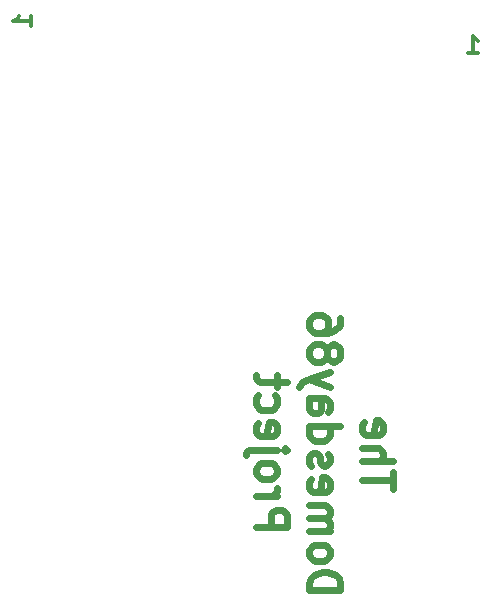
<source format=gbr>
G04 #@! TF.FileFunction,Legend,Bot*
%FSLAX46Y46*%
G04 Gerber Fmt 4.6, Leading zero omitted, Abs format (unit mm)*
G04 Created by KiCad (PCBNEW 4.0.7) date 09/08/18 11:18:52*
%MOMM*%
%LPD*%
G01*
G04 APERTURE LIST*
%ADD10C,0.100000*%
%ADD11C,0.600000*%
%ADD12C,0.300000*%
G04 APERTURE END LIST*
D10*
D11*
X157815810Y-99045333D02*
X157815810Y-97559619D01*
X155215810Y-98302476D02*
X157815810Y-98302476D01*
X155215810Y-96692952D02*
X157815810Y-96692952D01*
X155215810Y-95578667D02*
X156577714Y-95578667D01*
X156825333Y-95702476D01*
X156949143Y-95950095D01*
X156949143Y-96321524D01*
X156825333Y-96569143D01*
X156701524Y-96692952D01*
X155339619Y-93350095D02*
X155215810Y-93597714D01*
X155215810Y-94092952D01*
X155339619Y-94340571D01*
X155587238Y-94464381D01*
X156577714Y-94464381D01*
X156825333Y-94340571D01*
X156949143Y-94092952D01*
X156949143Y-93597714D01*
X156825333Y-93350095D01*
X156577714Y-93226286D01*
X156330095Y-93226286D01*
X156082476Y-94464381D01*
X150715810Y-107588189D02*
X153315810Y-107588189D01*
X153315810Y-106969142D01*
X153192000Y-106597713D01*
X152944381Y-106350094D01*
X152696762Y-106226285D01*
X152201524Y-106102475D01*
X151830095Y-106102475D01*
X151334857Y-106226285D01*
X151087238Y-106350094D01*
X150839619Y-106597713D01*
X150715810Y-106969142D01*
X150715810Y-107588189D01*
X150715810Y-104616761D02*
X150839619Y-104864380D01*
X150963429Y-104988189D01*
X151211048Y-105111999D01*
X151953905Y-105111999D01*
X152201524Y-104988189D01*
X152325333Y-104864380D01*
X152449143Y-104616761D01*
X152449143Y-104245332D01*
X152325333Y-103997713D01*
X152201524Y-103873904D01*
X151953905Y-103750094D01*
X151211048Y-103750094D01*
X150963429Y-103873904D01*
X150839619Y-103997713D01*
X150715810Y-104245332D01*
X150715810Y-104616761D01*
X150715810Y-102635808D02*
X152449143Y-102635808D01*
X152201524Y-102635808D02*
X152325333Y-102511999D01*
X152449143Y-102264380D01*
X152449143Y-101892951D01*
X152325333Y-101645332D01*
X152077714Y-101521523D01*
X150715810Y-101521523D01*
X152077714Y-101521523D02*
X152325333Y-101397713D01*
X152449143Y-101150094D01*
X152449143Y-100778666D01*
X152325333Y-100531046D01*
X152077714Y-100407237D01*
X150715810Y-100407237D01*
X150839619Y-98178665D02*
X150715810Y-98426284D01*
X150715810Y-98921522D01*
X150839619Y-99169141D01*
X151087238Y-99292951D01*
X152077714Y-99292951D01*
X152325333Y-99169141D01*
X152449143Y-98921522D01*
X152449143Y-98426284D01*
X152325333Y-98178665D01*
X152077714Y-98054856D01*
X151830095Y-98054856D01*
X151582476Y-99292951D01*
X150839619Y-97064380D02*
X150715810Y-96816761D01*
X150715810Y-96321523D01*
X150839619Y-96073904D01*
X151087238Y-95950094D01*
X151211048Y-95950094D01*
X151458667Y-96073904D01*
X151582476Y-96321523D01*
X151582476Y-96692951D01*
X151706286Y-96940570D01*
X151953905Y-97064380D01*
X152077714Y-97064380D01*
X152325333Y-96940570D01*
X152449143Y-96692951D01*
X152449143Y-96321523D01*
X152325333Y-96073904D01*
X150715810Y-93721523D02*
X153315810Y-93721523D01*
X150839619Y-93721523D02*
X150715810Y-93969142D01*
X150715810Y-94464380D01*
X150839619Y-94711999D01*
X150963429Y-94835808D01*
X151211048Y-94959618D01*
X151953905Y-94959618D01*
X152201524Y-94835808D01*
X152325333Y-94711999D01*
X152449143Y-94464380D01*
X152449143Y-93969142D01*
X152325333Y-93721523D01*
X150715810Y-91369142D02*
X152077714Y-91369142D01*
X152325333Y-91492951D01*
X152449143Y-91740570D01*
X152449143Y-92235808D01*
X152325333Y-92483427D01*
X150839619Y-91369142D02*
X150715810Y-91616761D01*
X150715810Y-92235808D01*
X150839619Y-92483427D01*
X151087238Y-92607237D01*
X151334857Y-92607237D01*
X151582476Y-92483427D01*
X151706286Y-92235808D01*
X151706286Y-91616761D01*
X151830095Y-91369142D01*
X152449143Y-90378665D02*
X150715810Y-89759618D01*
X152449143Y-89140570D02*
X150715810Y-89759618D01*
X150096762Y-90007237D01*
X149972952Y-90131046D01*
X149849143Y-90378665D01*
X152201524Y-87778666D02*
X152325333Y-88026285D01*
X152449143Y-88150094D01*
X152696762Y-88273904D01*
X152820571Y-88273904D01*
X153068190Y-88150094D01*
X153192000Y-88026285D01*
X153315810Y-87778666D01*
X153315810Y-87283428D01*
X153192000Y-87035809D01*
X153068190Y-86911999D01*
X152820571Y-86788190D01*
X152696762Y-86788190D01*
X152449143Y-86911999D01*
X152325333Y-87035809D01*
X152201524Y-87283428D01*
X152201524Y-87778666D01*
X152077714Y-88026285D01*
X151953905Y-88150094D01*
X151706286Y-88273904D01*
X151211048Y-88273904D01*
X150963429Y-88150094D01*
X150839619Y-88026285D01*
X150715810Y-87778666D01*
X150715810Y-87283428D01*
X150839619Y-87035809D01*
X150963429Y-86911999D01*
X151211048Y-86788190D01*
X151706286Y-86788190D01*
X151953905Y-86911999D01*
X152077714Y-87035809D01*
X152201524Y-87283428D01*
X153315810Y-84559619D02*
X153315810Y-85054857D01*
X153192000Y-85302476D01*
X153068190Y-85426285D01*
X152696762Y-85673904D01*
X152201524Y-85797714D01*
X151211048Y-85797714D01*
X150963429Y-85673904D01*
X150839619Y-85550095D01*
X150715810Y-85302476D01*
X150715810Y-84807238D01*
X150839619Y-84559619D01*
X150963429Y-84435809D01*
X151211048Y-84312000D01*
X151830095Y-84312000D01*
X152077714Y-84435809D01*
X152201524Y-84559619D01*
X152325333Y-84807238D01*
X152325333Y-85302476D01*
X152201524Y-85550095D01*
X152077714Y-85673904D01*
X151830095Y-85797714D01*
X146215810Y-102264380D02*
X148815810Y-102264380D01*
X148815810Y-101273904D01*
X148692000Y-101026285D01*
X148568190Y-100902476D01*
X148320571Y-100778666D01*
X147949143Y-100778666D01*
X147701524Y-100902476D01*
X147577714Y-101026285D01*
X147453905Y-101273904D01*
X147453905Y-102264380D01*
X146215810Y-99664380D02*
X147949143Y-99664380D01*
X147453905Y-99664380D02*
X147701524Y-99540571D01*
X147825333Y-99416761D01*
X147949143Y-99169142D01*
X147949143Y-98921523D01*
X146215810Y-97683428D02*
X146339619Y-97931047D01*
X146463429Y-98054856D01*
X146711048Y-98178666D01*
X147453905Y-98178666D01*
X147701524Y-98054856D01*
X147825333Y-97931047D01*
X147949143Y-97683428D01*
X147949143Y-97311999D01*
X147825333Y-97064380D01*
X147701524Y-96940571D01*
X147453905Y-96816761D01*
X146711048Y-96816761D01*
X146463429Y-96940571D01*
X146339619Y-97064380D01*
X146215810Y-97311999D01*
X146215810Y-97683428D01*
X147949143Y-95702475D02*
X145720571Y-95702475D01*
X145472952Y-95826285D01*
X145349143Y-96073904D01*
X145349143Y-96197713D01*
X148815810Y-95702475D02*
X148692000Y-95826285D01*
X148568190Y-95702475D01*
X148692000Y-95578666D01*
X148815810Y-95702475D01*
X148568190Y-95702475D01*
X146339619Y-93473904D02*
X146215810Y-93721523D01*
X146215810Y-94216761D01*
X146339619Y-94464380D01*
X146587238Y-94588190D01*
X147577714Y-94588190D01*
X147825333Y-94464380D01*
X147949143Y-94216761D01*
X147949143Y-93721523D01*
X147825333Y-93473904D01*
X147577714Y-93350095D01*
X147330095Y-93350095D01*
X147082476Y-94588190D01*
X146339619Y-91121524D02*
X146215810Y-91369143D01*
X146215810Y-91864381D01*
X146339619Y-92112000D01*
X146463429Y-92235809D01*
X146711048Y-92359619D01*
X147453905Y-92359619D01*
X147701524Y-92235809D01*
X147825333Y-92112000D01*
X147949143Y-91864381D01*
X147949143Y-91369143D01*
X147825333Y-91121524D01*
X147949143Y-90378667D02*
X147949143Y-89388191D01*
X148815810Y-90007238D02*
X146587238Y-90007238D01*
X146339619Y-89883429D01*
X146215810Y-89635810D01*
X146215810Y-89388191D01*
D12*
X164163428Y-62146571D02*
X165020571Y-62146571D01*
X164591999Y-62146571D02*
X164591999Y-60646571D01*
X164734856Y-60860857D01*
X164877714Y-61003714D01*
X165020571Y-61075143D01*
X127170571Y-59864572D02*
X127170571Y-59007429D01*
X127170571Y-59436001D02*
X125670571Y-59436001D01*
X125884857Y-59293144D01*
X126027714Y-59150286D01*
X126099143Y-59007429D01*
M02*

</source>
